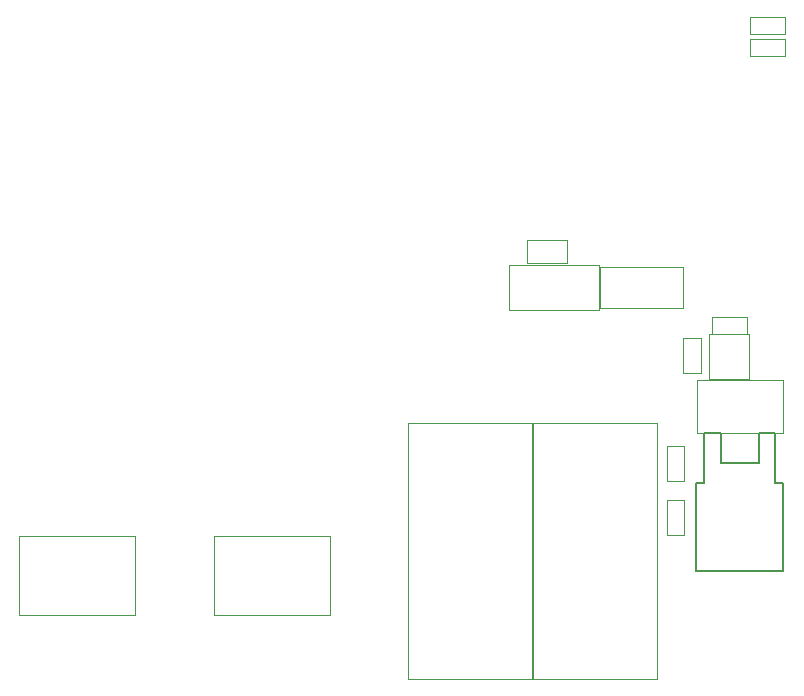
<source format=gbr>
G04 #@! TF.GenerationSoftware,KiCad,Pcbnew,7.0.6*
G04 #@! TF.CreationDate,2024-02-03T15:40:02-08:00*
G04 #@! TF.ProjectId,POWER_BOARD,504f5745-525f-4424-9f41-52442e6b6963,rev?*
G04 #@! TF.SameCoordinates,Original*
G04 #@! TF.FileFunction,Other,User*
%FSLAX46Y46*%
G04 Gerber Fmt 4.6, Leading zero omitted, Abs format (unit mm)*
G04 Created by KiCad (PCBNEW 7.0.6) date 2024-02-03 15:40:02*
%MOMM*%
%LPD*%
G01*
G04 APERTURE LIST*
%ADD10C,0.050000*%
%ADD11C,0.152400*%
G04 APERTURE END LIST*
D10*
X135897650Y-64548000D02*
X135897650Y-66008000D01*
X135897650Y-66008000D02*
X138857650Y-66008000D01*
X138857650Y-64548000D02*
X135897650Y-64548000D01*
X138857650Y-66008000D02*
X138857650Y-64548000D01*
D11*
X134580450Y-78638400D02*
X134580450Y-86080600D01*
X134580450Y-86080600D02*
X141921050Y-86080600D01*
X135262249Y-74447400D02*
X135262249Y-78638400D01*
X135262249Y-78638400D02*
X134580450Y-78638400D01*
X136659249Y-74447400D02*
X135262249Y-74447400D01*
X136659249Y-76936600D02*
X136659249Y-74447400D01*
X139842251Y-74447400D02*
X139842251Y-76936600D01*
X139842251Y-76936600D02*
X136659249Y-76936600D01*
X141239251Y-74447400D02*
X139842251Y-74447400D01*
X141239251Y-78638400D02*
X141239251Y-74447400D01*
X141921050Y-78638400D02*
X141239251Y-78638400D01*
X141921050Y-86080600D02*
X141921050Y-78638400D01*
D10*
X120220000Y-58075000D02*
X120220000Y-60035000D01*
X120220000Y-60035000D02*
X123620000Y-60035000D01*
X123620000Y-58075000D02*
X120220000Y-58075000D01*
X123620000Y-60035000D02*
X123620000Y-58075000D01*
X103579000Y-89837000D02*
X103579000Y-83137000D01*
X103579000Y-83137000D02*
X93779000Y-83137000D01*
X93779000Y-89837000D02*
X103579000Y-89837000D01*
X93779000Y-83137000D02*
X93779000Y-89837000D01*
X132112000Y-83014000D02*
X133572000Y-83014000D01*
X133572000Y-83014000D02*
X133572000Y-80054000D01*
X132112000Y-80054000D02*
X132112000Y-83014000D01*
X133572000Y-80054000D02*
X132112000Y-80054000D01*
X139075650Y-66020000D02*
X135675650Y-66020000D01*
X135675650Y-66020000D02*
X135675650Y-69870000D01*
X139075650Y-69870000D02*
X139075650Y-66020000D01*
X139075650Y-69870000D02*
X135675650Y-69870000D01*
X133472650Y-69298000D02*
X134932650Y-69298000D01*
X134932650Y-69298000D02*
X134932650Y-66338000D01*
X133472650Y-66338000D02*
X133472650Y-69298000D01*
X134932650Y-66338000D02*
X133472650Y-66338000D01*
X120684998Y-95243500D02*
X110184998Y-95243500D01*
X120684998Y-73593500D02*
X120684998Y-95243500D01*
X110184998Y-95243500D02*
X110184998Y-73593500D01*
X110184998Y-73593500D02*
X120684998Y-73593500D01*
X118735000Y-60183000D02*
X118735000Y-64023000D01*
X118735000Y-64023000D02*
X126375000Y-64023000D01*
X126375000Y-60183000D02*
X118735000Y-60183000D01*
X126375000Y-64023000D02*
X126375000Y-60183000D01*
X142069000Y-40608000D02*
X142069000Y-39148000D01*
X142069000Y-39148000D02*
X139109000Y-39148000D01*
X139109000Y-40608000D02*
X142069000Y-40608000D01*
X139109000Y-39148000D02*
X139109000Y-40608000D01*
X126421000Y-60353000D02*
X126421000Y-63853000D01*
X126421000Y-63853000D02*
X133421000Y-63853000D01*
X133421000Y-60353000D02*
X126421000Y-60353000D01*
X133421000Y-63853000D02*
X133421000Y-60353000D01*
X134653000Y-69886000D02*
X134653000Y-74386000D01*
X134653000Y-74386000D02*
X141953000Y-74386000D01*
X141953000Y-69886000D02*
X134653000Y-69886000D01*
X141953000Y-74386000D02*
X141953000Y-69886000D01*
X142069000Y-42513000D02*
X142069000Y-41053000D01*
X142069000Y-41053000D02*
X139109000Y-41053000D01*
X139109000Y-42513000D02*
X142069000Y-42513000D01*
X139109000Y-41053000D02*
X139109000Y-42513000D01*
X132112000Y-78442000D02*
X133572000Y-78442000D01*
X133572000Y-78442000D02*
X133572000Y-75482000D01*
X132112000Y-75482000D02*
X132112000Y-78442000D01*
X133572000Y-75482000D02*
X132112000Y-75482000D01*
X87069000Y-89837000D02*
X87069000Y-83137000D01*
X87069000Y-83137000D02*
X77269000Y-83137000D01*
X77269000Y-89837000D02*
X87069000Y-89837000D01*
X77269000Y-83137000D02*
X77269000Y-89837000D01*
X131234000Y-95230000D02*
X120734000Y-95230000D01*
X131234000Y-73580000D02*
X131234000Y-95230000D01*
X120734000Y-95230000D02*
X120734000Y-73580000D01*
X120734000Y-73580000D02*
X131234000Y-73580000D01*
M02*

</source>
